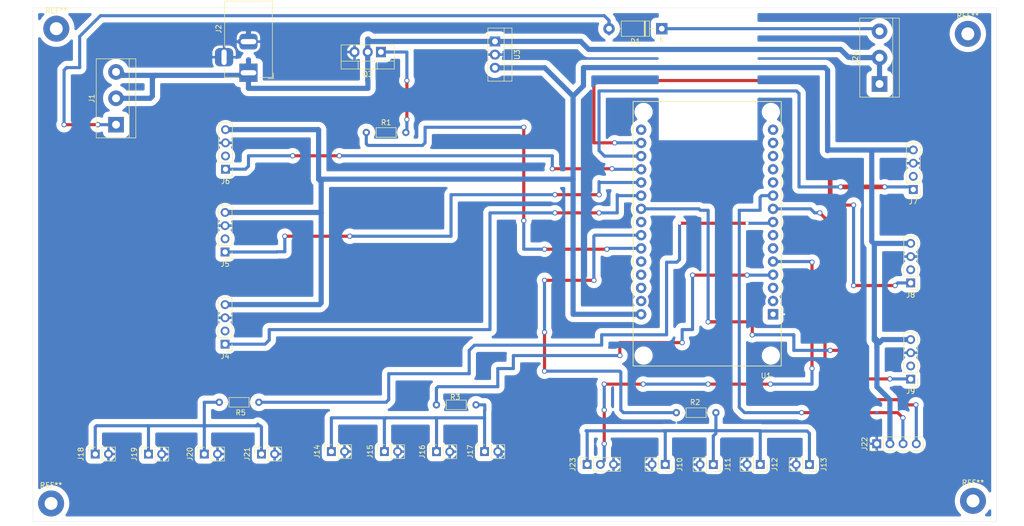
<source format=kicad_pcb>
(kicad_pcb (version 20240108) (generator "pcbnew") (generator_version "8.0")
  (layers (0 "F.Cu" signal) (31 "B.Cu" signal) (34 "B.Paste" user) (35 "F.Paste" user) (36 "B.SilkS" user "B.Silkscreen") (37 "F.SilkS" user "F.Silkscreen") (38 "B.Mask" user) (39 "F.Mask" user) (44 "Edge.Cuts" user))
  (net 0 "")
  (net 1 "Net-(D1-A)")
  (net 2 "+12V")
  (net 3 "GND")
  (net 4 "Net-(D1-K)")
  (net 5 "/1c")
  (net 7 "+5V")
  (net 9 "/1b")
  (net 11 "/1a")
  (net 13 "/1d")
  (net 15 "/1e")
  (net 17 "/1f")
  (net 18 "Net-(J10-Pin_1)")
  (net 19 "Net-(J14-Pin_1)")
  (net 20 "Net-(J18-Pin_1)")
  (net 21 "/SDA")
  (net 22 "/SCL")
  (net 23 "/buzzer")
  (net 24 "Net-(Q3-G)")
  (net 25 "/Mosfet")
  (net 26 "/1g")
  (net 27 "/1h")
  (net 28 "/1i")
  (footprint "Connector_PinSocket_2.54mm:PinSocket_1x02_P2.54mm_Vertical" (layer "F.Cu") (at 186.04 118.475 -90)
    (property "Reference" "J12" (at 0 -2.77 90) (layer "F.SilkS"))
    (property "Value" "Luz roja 3")
    (pad "1" thru_hole rect (at 0 0 270) (size 1.7 1.7) (drill 1) (layers "*.Cu" "*.Mask") (net 18 "Net-(J10-Pin_1)"))
    (pad "2" thru_hole oval (at 0 2.54 270) (size 1.7 1.7) (drill 1) (layers "*.Cu" "*.Mask") (net 3 "GND"))
  )
  (footprint "Connector_PinSocket_2.54mm:PinSocket_1x02_P2.54mm_Vertical" (layer "F.Cu") (at 167.75 118.475 -90)
    (property "Reference" "J10" (at 0 -2.77 90) (layer "F.SilkS"))
    (property "Value" "Luz roja 1")
    (pad "1" thru_hole rect (at 0 0 270) (size 1.7 1.7) (drill 1) (layers "*.Cu" "*.Mask") (net 18 "Net-(J10-Pin_1)"))
    (pad "2" thru_hole oval (at 0 2.54 270) (size 1.7 1.7) (drill 1) (layers "*.Cu" "*.Mask") (net 3 "GND"))
  )
  (footprint "Connector_PinSocket_2.54mm:PinSocket_1x02_P2.54mm_Vertical" (layer "F.Cu") (at 90 116.475 90)
    (property "Reference" "J21" (at 0 -2.77 90) (layer "F.SilkS"))
    (property "Value" "Luz verde 3")
    (pad "1" thru_hole rect (at 0 0 90) (size 1.7 1.7) (drill 1) (layers "*.Cu" "*.Mask") (net 20 "Net-(J18-Pin_1)"))
    (pad "2" thru_hole oval (at 0 2.54 90) (size 1.7 1.7) (drill 1) (layers "*.Cu" "*.Mask") (net 3 "GND"))
  )
  (footprint "MountingHole:MountingHole_2.5mm_Pad" (layer "F.Cu") (at 50.5 34.5)
    (property "Reference" "REF**" (at 0 -3.5 0) (layer "F.SilkS"))
    (property "Value" "MountingHole_2.5mm_Pad")
    (pad "1" thru_hole circle (at 0 0) (size 5 5) (drill 2.5) (layers "*.Cu" "*.Mask"))
  )
  (footprint "Connector_PinHeader_2.54mm:PinHeader_1x04_P2.54mm_Vertical" (layer "F.Cu") (at 83.08 61.58 180)
    (property "Reference" "J6" (at 0 -2.33 0) (layer "F.SilkS"))
    (property "Value" "Sensor 1")
    (pad "1" thru_hole rect (at 0 0 180) (size 1.7 1.7) (drill 1) (layers "*.Cu" "*.Mask") (net 11 "/1a"))
    (pad "2" thru_hole oval (at 0 2.54 180) (size 1.7 1.7) (drill 1) (layers "*.Cu" "*.Mask"))
    (pad "3" thru_hole oval (at 0 5.08 180) (size 1.7 1.7) (drill 1) (layers "*.Cu" "*.Mask") (net 3 "GND"))
    (pad "4" thru_hole oval (at 0 7.62 180) (size 1.7 1.7) (drill 1) (layers "*.Cu" "*.Mask") (net 7 "+5V"))
  )
  (footprint "Connector_PinSocket_2.54mm:PinSocket_1x02_P2.54mm_Vertical" (layer "F.Cu") (at 58 116.475 90)
    (property "Reference" "J18" (at 0 -2.77 90) (layer "F.SilkS"))
    (property "Value" "Luz verde 4")
    (pad "1" thru_hole rect (at 0 0 90) (size 1.7 1.7) (drill 1) (layers "*.Cu" "*.Mask") (net 20 "Net-(J18-Pin_1)"))
    (pad "2" thru_hole oval (at 0 2.54 90) (size 1.7 1.7) (drill 1) (layers "*.Cu" "*.Mask") (net 3 "GND"))
  )
  (footprint "Connector_PinSocket_2.54mm:PinSocket_1x02_P2.54mm_Vertical" (layer "F.Cu") (at 123.71 116.025 90)
    (property "Reference" "J16" (at 0 -2.77 90) (layer "F.SilkS"))
    (property "Value" "Luz amarilla 2")
    (pad "1" thru_hole rect (at 0 0 90) (size 1.7 1.7) (drill 1) (layers "*.Cu" "*.Mask") (net 19 "Net-(J14-Pin_1)"))
    (pad "2" thru_hole oval (at 0 2.54 90) (size 1.7 1.7) (drill 1) (layers "*.Cu" "*.Mask") (net 3 "GND"))
  )
  (footprint "Connector_BarrelJack:BarrelJack_Horizontal" (layer "F.Cu") (at 87.5 43 -90)
    (property "Reference" "J2" (at -8.45 5.75 90) (layer "F.SilkS"))
    (property "Value" "Barrel_Jack_Switch")
    (pad "1" thru_hole rect (at 0 0 270) (size 3.5 3.5) (drill oval 1 3) (layers "*.Cu" "*.Mask") (net 2 "+12V"))
    (pad "2" thru_hole roundrect (at -6 0 270) (size 3 3.5) (drill oval 1 3) (layers "*.Cu" "*.Mask") (net 3 "GND"))
    (pad "3" thru_hole roundrect (at -3 4.7 270) (size 3.5 3.5) (drill oval 3 1) (layers "*.Cu" "*.Mask") (net 3 "GND"))
  )
  (footprint "MountingHole:MountingHole_2.5mm_Pad" (layer "F.Cu") (at 226 35.5)
    (property "Reference" "REF**" (at 0 -3.5 0) (layer "F.SilkS"))
    (property "Value" "MountingHole_2.5mm_Pad")
    (pad "1" thru_hole circle (at 0 0) (size 5 5) (drill 2.5) (layers "*.Cu" "*.Mask"))
  )
  (footprint "Resistor_THT:R_Axial_DIN0204_L3.6mm_D1.6mm_P7.62mm_Horizontal" (layer "F.Cu") (at 123.69 107)
    (property "Reference" "R3" (at 3.62 -1.5 0) (layer "F.SilkS"))
    (property "Value" "220R")
    (pad "1" thru_hole circle (at 0 0) (size 1.4 1.4) (drill 0.7) (layers "*.Cu" "*.Mask") (net 27 "/1h"))
    (pad "2" thru_hole oval (at 7.62 0) (size 1.4 1.4) (drill 0.7) (layers "*.Cu" "*.Mask") (net 19 "Net-(J14-Pin_1)"))
  )
  (footprint "Connector_PinSocket_2.54mm:PinSocket_1x02_P2.54mm_Vertical" (layer "F.Cu") (at 177 118.5 -90)
    (property "Reference" "J11" (at 0 -2.77 90) (layer "F.SilkS"))
    (property "Value" "Luz roja 2")
    (pad "1" thru_hole rect (at 0 0 270) (size 1.7 1.7) (drill 1) (layers "*.Cu" "*.Mask") (net 18 "Net-(J10-Pin_1)"))
    (pad "2" thru_hole oval (at 0 2.54 270) (size 1.7 1.7) (drill 1) (layers "*.Cu" "*.Mask") (net 3 "GND"))
  )
  (footprint "Resistor_THT:R_Axial_DIN0204_L3.6mm_D1.6mm_P7.62mm_Horizontal" (layer "F.Cu") (at 169.88 108.5)
    (property "Reference" "R2" (at 3.62 -2 0) (layer "F.SilkS"))
    (property "Value" "220R")
    (pad "1" thru_hole circle (at 0 0) (size 1.4 1.4) (drill 0.7) (layers "*.Cu" "*.Mask") (net 26 "/1g"))
    (pad "2" thru_hole oval (at 7.62 0) (size 1.4 1.4) (drill 0.7) (layers "*.Cu" "*.Mask") (net 18 "Net-(J10-Pin_1)"))
  )
  (footprint "MountingHole:MountingHole_2.5mm_Pad" (layer "F.Cu") (at 49.5 126)
    (property "Reference" "REF**" (at 0 -3.5 0) (layer "F.SilkS"))
    (property "Value" "MountingHole_2.5mm_Pad")
    (pad "1" thru_hole circle (at 0 0) (size 5 5) (drill 2.5) (layers "*.Cu" "*.Mask"))
  )
  (footprint "Connector_PinHeader_2.54mm:PinHeader_1x04_P2.54mm_Vertical" (layer "F.Cu") (at 83 77.54 180)
    (property "Reference" "J5" (at 0 -2.33 0) (layer "F.SilkS"))
    (property "Value" "Sensor 2")
    (pad "1" thru_hole rect (at 0 0 180) (size 1.7 1.7) (drill 1) (layers "*.Cu" "*.Mask") (net 9 "/1b"))
    (pad "2" thru_hole oval (at 0 2.54 180) (size 1.7 1.7) (drill 1) (layers "*.Cu" "*.Mask"))
    (pad "3" thru_hole oval (at 0 5.08 180) (size 1.7 1.7) (drill 1) (layers "*.Cu" "*.Mask") (net 3 "GND"))
    (pad "4" thru_hole oval (at 0 7.62 180) (size 1.7 1.7) (drill 1) (layers "*.Cu" "*.Mask") (net 7 "+5V"))
  )
  (footprint "Connector_PinSocket_2.54mm:PinSocket_1x03_P2.54mm_Vertical" (layer "F.Cu") (at 152.71 118.475 90)
    (property "Reference" "J23" (at 0 -2.77 90) (layer "F.SilkS"))
    (property "Value" "Buzzer pasivo")
    (pad "1" thru_hole rect (at 0 0 90) (size 1.7 1.7) (drill 1) (layers "*.Cu" "*.Mask") (net 18 "Net-(J10-Pin_1)"))
    (pad "2" thru_hole oval (at 0 2.54 90) (size 1.7 1.7) (drill 1) (layers "*.Cu" "*.Mask") (net 23 "/buzzer"))
    (pad "3" thru_hole oval (at 0 5.08 90) (size 1.7 1.7) (drill 1) (layers "*.Cu" "*.Mask") (net 3 "GND"))
  )
  (footprint "Connector_PinSocket_2.54mm:PinSocket_1x02_P2.54mm_Vertical" (layer "F.Cu") (at 103.46 116 90)
    (property "Reference" "J14" (at 0 -2.77 90) (layer "F.SilkS"))
    (property "Value" "Luz amarilla 4")
    (pad "1" thru_hole rect (at 0 0 90) (size 1.7 1.7) (drill 1) (layers "*.Cu" "*.Mask") (net 19 "Net-(J14-Pin_1)"))
    (pad "2" thru_hole oval (at 0 2.54 90) (size 1.7 1.7) (drill 1) (layers "*.Cu" "*.Mask") (net 3 "GND"))
  )
  (footprint "devkitesp-32:MODULE_ESP32_DEVKIT_V1" (layer "F.Cu") (at 175.8 74.025 180)
    (property "Reference" "U1" (at -11.355 -27.36 0) (layer "F.SilkS"))
    (property "Value" "ESP32-DEVKIT-V1")
    (pad "" np_thru_hole circle (at -12.28 -23.475 180) (size 3 3) (drill 3) (layers "*.Cu" "*.Mask"))
    (pad "" np_thru_hole circle (at -12.28 23.475 180) (size 3 3) (drill 3) (layers "*.Cu" "*.Mask"))
    (pad "" np_thru_hole circle (at 12.23 -23.475 180) (size 3 3) (drill 3) (layers "*.Cu" "*.Mask"))
    (pad "" np_thru_hole circle (at 12.23 23.475 180) (size 3 3) (drill 3) (layers "*.Cu" "*.Mask"))
    (pad "1" thru_hole rect (at -12.7 -15.515 180) (size 2 2) (drill 1.02) (layers "*.Cu" "*.Mask"))
    (pad "2" thru_hole circle (at -12.7 -12.975 180) (size 2 2) (drill 1.02) (layers "*.Cu" "*.Mask") (net 3 "GND"))
    (pad "3" thru_hole circle (at -12.7 -10.435 180) (size 2 2) (drill 1.02) (layers "*.Cu" "*.Mask"))
    (pad "4" thru_hole circle (at -12.7 -7.895 180) (size 2 2) (drill 1.02) (layers "*.Cu" "*.Mask") (net 27 "/1h"))
    (pad "5" thru_hole circle (at -12.7 -5.355 180) (size 2 2) (drill 1.02) (layers "*.Cu" "*.Mask") (net 23 "/buzzer"))
    (pad "6" thru_hole circle (at -12.7 -2.815 180) (size 2 2) (drill 1.02) (layers "*.Cu" "*.Mask"))
    (pad "7" thru_hole circle (at -12.7 -0.275 180) (size 2 2) (drill 1.02) (layers "*.Cu" "*.Mask"))
    (pad "8" thru_hole circle (at -12.7 2.265 180) (size 2 2) (drill 1.02) (layers "*.Cu" "*.Mask") (net 28 "/1i"))
    (pad "9" thru_hole circle (at -12.7 4.805 180) (size 2 2) (drill 1.02) (layers "*.Cu" "*.Mask") (net 21 "/SDA"))
    (pad "10" thru_hole circle (at -12.7 7.345 180) (size 2 2) (drill 1.02) (layers "*.Cu" "*.Mask") (net 22 "/SCL"))
    (pad "11" thru_hole circle (at -12.7 9.885 180) (size 2 2) (drill 1.02) (layers "*.Cu" "*.Mask"))
    (pad "12" thru_hole circle (at -12.7 12.425 180) (size 2 2) (drill 1.02) (layers "*.Cu" "*.Mask"))
    (pad "13" thru_hole circle (at -12.7 14.965 180) (size 2 2) (drill 1.02) (layers "*.Cu" "*.Mask"))
    (pad "14" thru_hole circle (at -12.7 17.505 180) (size 2 2) (drill 1.02) (layers "*.Cu" "*.Mask"))
    (pad "15" thru_hole circle (at -12.7 20.045 180) (size 2 2) (drill 1.02) (layers "*.Cu" "*.Mask"))
    (pad "16" thru_hole circle (at 12.7 20.045 180) (size 2 2) (drill 1.02) (layers "*.Cu" "*.Mask"))
    (pad "17" thru_hole circle (at 12.7 17.505 180) (size 2 2) (drill 1.02) (layers "*.Cu" "*.Mask") (net 15 "/1e"))
    (pad "18" thru_hole circle (at 12.7 14.965 180) (size 2 2) (drill 1.02) (layers "*.Cu" "*.Mask") (net 13 "/1d"))
    (pad "19" thru_hole circle (at 12.7 12.425 180) (size 2 2) (drill 1.02) (layers "*.Cu" "*.Mask") (net 11 "/1a"))
    (pad "20" thru_hole circle (at 12.7 9.885 180) (size 2 2) (drill 1.02) (layers "*.Cu" "*.Mask") (net 9 "/1b"))
    (pad "21" thru_hole circle (at 12.7 7.345 180) (size 2 2) (drill 1.02) (layers "*.Cu" "*.Mask") (net 5 "/1c"))
    (pad "22" thru_hole circle (at 12.7 4.805 180) (size 2 2) (drill 1.02) (layers "*.Cu" "*.Mask") (net 17 "/1f"))
    (pad "23" thru_hole circle (at 12.7 2.265 180) (size 2 2) (drill 1.02) (layers "*.Cu" "*.Mask"))
    (pad "24" thru_hole circle (at 12.7 -0.275 180) (size 2 2) (drill 1.02) (layers "*.Cu" "*.Mask") (net 26 "/1g"))
    (pad "25" thru_hole circle (at 12.7 -2.815 180) (size 2 2) (drill 1.02) (layers "*.Cu" "*.Mask") (net 25 "/Mosfet"))
    (pad "26" thru_hole circle (at 12.7 -5.355 180) (size 2 2) (drill 1.02) (layers "*.Cu" "*.Mask"))
    (pad "27" thru_hole circle (at 12.7 -7.895 180) (size 2 2) (drill 1.02) (layers "*.Cu" "*.Mask"))
    (pad "28" thru_hole circle (at 12.7 -10.435 180) (size 2 2) (drill 1.02) (layers "*.Cu" "*.Mask"))
    (pad "29" thru_hole circle (at 12.7 -12.975 180) (size 2 2) (drill 1.02) (layers "*.Cu" "*.Mask") (net 3 "GND"))
    (pad "30" thru_hole circle (at 12.7 -15.515 180) (size 2 2) (drill 1.02) (layers "*.Cu" "*.Mask") (net 7 "+5V"))
    (zone (net 0) (net_name "") (layer "B.Cu") (connect_pads (clearance 0)) (min_thickness 0.01)
      (keepout (tracks not_allowed) (vias not_allowed) (pads not_allowed) (copperpour not_allowed) (footprints allowed))
      (fill (thermal_gap 0.508) (thermal_bridge_width 0.508))
      (polygon (pts (xy 184.71 55.04) (xy 167.02 55.04) (xy 167.02 48.55) (xy 184.71 48.55)))
    )
  )
  (footprint "Connector_PinHeader_2.54mm:PinHeader_1x04_P2.54mm_Vertical" (layer "F.Cu") (at 208.46 114.5 90)
    (property "Reference" "J22" (at 0 -2.33 90) (layer "F.SilkS"))
    (property "Value" "Pantalla OLED")
    (pad "1" thru_hole rect (at 0 0 90) (size 1.7 1.7) (drill 1) (layers "*.Cu" "*.Mask") (net 3 "GND"))
    (pad "2" thru_hole oval (at 0 2.54 90) (size 1.7 1.7) (drill 1) (layers "*.Cu" "*.Mask") (net 7 "+5V"))
    (pad "3" thru_hole oval (at 0 5.08 90) (size 1.7 1.7) (drill 1) (layers "*.Cu" "*.Mask") (net 22 "/SCL"))
    (pad "4" thru_hole oval (at 0 7.62 90) (size 1.7 1.7) (drill 1) (layers "*.Cu" "*.Mask") (net 21 "/SDA"))
  )
  (footprint "Connector_PinSocket_2.54mm:PinSocket_1x02_P2.54mm_Vertical" (layer "F.Cu") (at 195.5 118.5 -90)
    (property "Reference" "J13" (at 0 -2.77 90) (layer "F.SilkS"))
    (property "Value" "Luz roja 4")
    (pad "1" thru_hole rect (at 0 0 270) (size 1.7 1.7) (drill 1) (layers "*.Cu" "*.Mask") (net 18 "Net-(J10-Pin_1)"))
    (pad "2" thru_hole oval (at 0 2.54 270) (size 1.7 1.7) (drill 1) (layers "*.Cu" "*.Mask") (net 3 "GND"))
  )
  (footprint "Resistor_THT:R_Axial_DIN0204_L3.6mm_D1.6mm_P7.62mm_Horizontal" (layer "F.Cu") (at 110.19 54.5)
    (property "Reference" "R1" (at 3.81 -1.92 0) (layer "F.SilkS"))
    (property "Value" "220R")
    (pad "1" thru_hole circle (at 0 0) (size 1.4 1.4) (drill 0.7) (layers "*.Cu" "*.Mask") (net 25 "/Mosfet"))
    (pad "2" thru_hole oval (at 7.62 0) (size 1.4 1.4) (drill 0.7) (layers "*.Cu" "*.Mask") (net 24 "Net-(Q3-G)"))
  )
  (footprint "MountingHole:MountingHole_2.5mm_Pad" (layer "F.Cu") (at 227 125.5)
    (property "Reference" "REF**" (at 0 -3.5 0) (layer "F.SilkS"))
    (property "Value" "MountingHole_2.5mm_Pad")
    (pad "1" thru_hole circle (at 0 0) (size 5 5) (drill 2.5) (layers "*.Cu" "*.Mask"))
  )
  (footprint "TerminalBlock:TerminalBlock_bornier-3_P5.08mm" (layer "F.Cu") (at 62 53 90)
    (property "Reference" "J1" (at 5.05 -4.65 90) (layer "F.SilkS"))
    (property "Value" "Screw_Terminal_01x03")
    (pad "1" thru_hole rect (at 0 0 90) (size 3 3) (drill 1.52) (layers "*.Cu" "*.Mask") (net 1 "Net-(D1-A)"))
    (pad "2" thru_hole circle (at 5.08 0 90) (size 3 3) (drill 1.52) (layers "*.Cu" "*.Mask") (net 2 "+12V"))
    (pad "3" thru_hole circle (at 10.16 0 90) (size 3 3) (drill 1.52) (layers "*.Cu" "*.Mask") (net 2 "+12V"))
  )
  (footprint "Connector_PinSocket_2.54mm:PinSocket_1x02_P2.54mm_Vertical" (layer "F.Cu") (at 132.96 116 90)
    (property "Reference" "J17" (at 0 -2.77 90) (layer "F.SilkS"))
    (property "Value" "Luz amarilla 3")
    (pad "1" thru_hole rect (at 0 0 90) (size 1.7 1.7) (drill 1) (layers "*.Cu" "*.Mask") (net 19 "Net-(J14-Pin_1)"))
    (pad "2" thru_hole oval (at 0 2.54 90) (size 1.7 1.7) (drill 1) (layers "*.Cu" "*.Mask") (net 3 "GND"))
  )
  (footprint "Package_TO_SOT_THT:TO-220-3_Vertical" (layer "F.Cu") (at 113 39 180)
    (property "Reference" "Q3" (at 2.54 -4.27 0) (layer "F.SilkS"))
    (property "Value" "IRLZ44N")
    (pad "1" thru_hole rect (at 0 0 180) (size 1.905 2) (drill 1.1) (layers "*.Cu" "*.Mask") (net 24 "Net-(Q3-G)"))
    (pad "2" thru_hole oval (at 2.54 0 180) (size 1.905 2) (drill 1.1) (layers "*.Cu" "*.Mask") (net 2 "+12V"))
    (pad "3" thru_hole oval (at 5.08 0 180) (size 1.905 2) (drill 1.1) (layers "*.Cu" "*.Mask") (net 3 "GND"))
  )
  (footprint "TerminalBlock:TerminalBlock_bornier-3_P5.08mm" (layer "F.Cu") (at 209 45.16 90)
    (property "Reference" "J24" (at 5.05 -4.65 90) (layer "F.SilkS"))
    (property "Value" "Screw_Terminal_01x03")
    (pad "1" thru_hole rect (at 0 0 90) (size 3 3) (drill 1.52) (layers "*.Cu" "*.Mask") (net 2 "+12V"))
    (pad "2" thru_hole circle (at 5.08 0 90) (size 3 3) (drill 1.52) (layers "*.Cu" "*.Mask") (net 2 "+12V"))
    (pad "3" thru_hole circle (at 10.16 0 90) (size 3 3) (drill 1.52) (layers "*.Cu" "*.Mask") (net 4 "Net-(D1-K)"))
  )
  (footprint "Connector_PinHeader_2.54mm:PinHeader_1x04_P2.54mm_Vertical" (layer "F.Cu") (at 215.5 65.5 180)
    (property "Reference" "J7" (at 0 -2.33 0) (layer "F.SilkS"))
    (property "Value" "Sensor 4")
    (pad "1" thru_hole rect (at 0 0 180) (size 1.7 1.7) (drill 1) (layers "*.Cu" "*.Mask") (net 13 "/1d"))
    (pad "2" thru_hole oval (at 0 2.54 180) (size 1.7 1.7) (drill 1) (layers "*.Cu" "*.Mask"))
    (pad "3" thru_hole oval (at 0 5.08 180) (size 1.7 1.7) (drill 1) (layers "*.Cu" "*.Mask") (net 3 "GND"))
    (pad "4" thru_hole oval (at 0 7.62 180) (size 1.7 1.7) (drill 1) (layers "*.Cu" "*.Mask") (net 7 "+5V"))
  )
  (footprint "Resistor_THT:R_Axial_DIN0204_L3.6mm_D1.6mm_P7.62mm_Horizontal" (layer "F.Cu") (at 89.5 106.5 180)
    (property "Reference" "R5" (at 3.5 -2 0) (layer "F.SilkS"))
    (property "Value" "220R")
    (pad "1" thru_hole circle (at 0 0 180) (size 1.4 1.4) (drill 0.7) (layers "*.Cu" "*.Mask") (net 28 "/1i"))
    (pad "2" thru_hole oval (at 7.62 0 180) (size 1.4 1.4) (drill 0.7) (layers "*.Cu" "*.Mask") (net 20 "Net-(J18-Pin_1)"))
  )
  (footprint "Connector_PinHeader_2.54mm:PinHeader_1x04_P2.54mm_Vertical" (layer "F.Cu") (at 83 95.3 180)
    (property "Reference" "J4" (at 0 -2.33 0) (layer "F.SilkS"))
    (property "Value" "Sensor 3")
    (pad "1" thru_hole rect (at 0 0 180) (size 1.7 1.7) (drill 1) (layers "*.Cu" "*.Mask") (net 5 "/1c"))
    (pad "2" thru_hole oval (at 0 2.54 180) (size 1.7 1.7) (drill 1) (layers "*.Cu" "*.Mask"))
    (pad "3" thru_hole oval (at 0 5.08 180) (size 1.7 1.7) (drill 1) (layers "*.Cu" "*.Mask") (net 3 "GND"))
    (pad "4" thru_hole oval (at 0 7.62 180) (size 1.7 1.7) (drill 1) (layers "*.Cu" "*.Mask") (net 7 "+5V"))
  )
  (footprint "Connector_PinSocket_2.54mm:PinSocket_1x02_P2.54mm_Vertical" (layer "F.Cu") (at 68.25 116.5 90)
    (property "Reference" "J19" (at 0 -2.77 90) (layer "F.SilkS"))
    (property "Value" "Luz verde 1")
    (pad "1" thru_hole rect (at 0 0 90) (size 1.7 1.7) (drill 1) (layers "*.Cu" "*.Mask") (net 20 "Net-(J18-Pin_1)"))
    (pad "2" thru_hole oval (at 0 2.54 90) (size 1.7 1.7) (drill 1) (layers "*.Cu" "*.Mask") (net 3 "GND"))
  )
  (footprint "Connector_PinHeader_2.54mm:PinHeader_1x04_P2.54mm_Vertical" (layer "F.Cu") (at 215 83.5 180)
    (property "Reference" "J8" (at 0 -2.33 0) (layer "F.SilkS"))
    (property "Value" "Sensor 5")
    (pad "1" thru_hole rect (at 0 0 180) (size 1.7 1.7) (drill 1) (layers "*.Cu" "*.Mask") (net 15 "/1e"))
    (pad "2" thru_hole oval (at 0 2.54 180) (size 1.7 1.7) (drill 1) (layers "*.Cu" "*.Mask"))
    (pad "3" thru_hole oval (at 0 5.08 180) (size 1.7 1.7) (drill 1) (layers "*.Cu" "*.Mask") (net 3 "GND"))
    (pad "4" thru_hole oval (at 0 7.62 180) (size 1.7 1.7) (drill 1) (layers "*.Cu" "*.Mask") (net 7 "+5V"))
  )
  (footprint "Connector_PinHeader_2.54mm:PinHeader_1x04_P2.54mm_Vertical" (layer "F.Cu") (at 215 102.04 180)
    (property "Reference" "J9" (at 0 -2.33 0) (layer "F.SilkS"))
    (property "Value" "Sensor 6")
    (pad "1" thru_hole rect (at 0 0 180) (size 1.7 1.7) (drill 1) (layers "*.Cu" "*.Mask") (net 17 "/1f"))
    (pad "2" thru_hole oval (at 0 2.54 180) (size 1.7 1.7) (drill 1) (layers "*.Cu" "*.Mask"))
    (pad "3" thru_hole oval (at 0 5.08 180) (size 1.7 1.7) (drill 1) (layers "*.Cu" "*.Mask") (net 3 "GND"))
    (pad "4" thru_hole oval (at 0 7.62 180) (size 1.7 1.7) (drill 1) (layers "*.Cu" "*.Mask") (net 7 "+5V"))
  )
  (footprint "Connector_PinSocket_2.54mm:PinSocket_1x02_P2.54mm_Vertical" (layer "F.Cu") (at 79 116.475 90)
    (property "Reference" "J20" (at 0 -2.77 90) (layer "F.SilkS"))
    (property "Value" "Luz verde 2")
    (pad "1" thru_hole rect (at 0 0 90) (size 1.7 1.7) (drill 1) (layers "*.Cu" "*.Mask") (net 20 "Net-(J18-Pin_1)"))
    (pad "2" thru_hole oval (at 0 2.54 90) (size 1.7 1.7) (drill 1) (layers "*.Cu" "*.Mask") (net 3 "GND"))
  )
  (footprint "Package_TO_SOT_THT:TO-220-3_Vertical" (layer "F.Cu") (at 134.96 36.96 -90)
    (property "Reference" "U3" (at 2.54 -4.27 90) (layer "F.SilkS"))
    (property "Value" "L7805")
    (pad "1" thru_hole rect (at 0 0 270) (size 1.905 2) (drill 1.1) (layers "*.Cu" "*.Mask") (net 2 "+12V"))
    (pad "2" thru_hole oval (at 2.54 0 270) (size 1.905 2) (drill 1.1) (layers "*.Cu" "*.Mask") (net 3 "GND"))
    (pad "3" thru_hole oval (at 5.08 0 270) (size 1.905 2) (drill 1.1) (layers "*.Cu" "*.Mask") (net 7 "+5V"))
  )
  (footprint "Connector_PinSocket_2.54mm:PinSocket_1x02_P2.54mm_Vertical" (layer "F.Cu") (at 113.67 116 90)
    (property "Reference" "J15" (at 0 -2.77 90) (layer "F.SilkS"))
    (property "Value" "Luz amarilla 1")
    (pad "1" thru_hole rect (at 0 0 90) (size 1.7 1.7) (drill 1) (layers "*.Cu" "*.Mask") (net 19 "Net-(J14-Pin_1)"))
    (pad "2" thru_hole oval (at 0 2.54 90) (size 1.7 1.7) (drill 1) (layers "*.Cu" "*.Mask") (net 3 "GND"))
  )
  (footprint "Diode_THT:D_DO-41_SOD81_P10.16mm_Horizontal" (layer "F.Cu") (at 167.08 34.5 180)
    (property "Reference" "D1" (at 5.08 -2.47 0) (layer "F.SilkS"))
    (property "Value" "1N4007")
    (fp_text user "K" (at 0 -2.1 0) (layer "F.SilkS"))
    (pad "1" thru_hole rect (at 0 0 180) (size 2.2 2.2) (drill 1.1) (layers "*.Cu" "*.Mask") (net 4 "Net-(D1-K)"))
    (pad "2" thru_hole oval (at 10.16 0 180) (size 2.2 2.2) (drill 1.1) (layers "*.Cu" "*.Mask") (net 1 "Net-(D1-A)"))
  )
  (gr_rect (start 46 30.5) (end 231.5 129.5) (stroke (width 0.05)) (fill none) (layer "Edge.Cuts"))
  (segment (start 58.5 53) (end 52 53) (width 0.6) (layer "F.Cu") (net 1))
  (via (at 52 53) (size 1) (drill 0.65) (layers "F.Cu" "B.Cu") (net 1))
  (via (at 58.5 53) (size 1) (drill 0.65) (layers "F.Cu" "B.Cu") (net 1))
  (segment (start 62 53) (end 58.5 53) (width 0.6) (layer "B.Cu") (net 1))
  (segment (start 55 42) (end 52.5 42) (width 0.6) (layer "B.Cu") (net 1))
  (segment (start 52 53) (end 52 42.5) (width 0.6) (layer "B.Cu") (net 1))
  (segment (start 52.5 42) (end 52 42.5) (width 0.6) (layer "B.Cu") (net 1))
  (segment (start 156.92 32.92) (end 156.92 35.5) (width 0.6) (layer "B.Cu") (net 1))
  (segment (start 59 32) (end 55 36) (width 0.6) (layer "B.Cu") (net 1))
  (segment (start 55 36) (end 55 42) (width 0.6) (layer "B.Cu") (net 1))
  (segment (start 59 32) (end 156 32) (width 0.6) (layer "B.Cu") (net 1))
  (segment (start 156.92 32.92) (end 156.92 34.5) (width 0.6) (layer "B.Cu") (net 1))
  (segment (start 156 32) (end 156.92 32.92) (width 0.6) (layer "B.Cu") (net 1))
  (segment (start 69 44) (end 69.5 43.5) (width 1) (layer "B.Cu") (net 2))
  (segment (start 151.5 36.96) (end 134.96 36.96) (width 1) (layer "B.Cu") (net 2))
  (segment (start 110.5 36.5) (end 110.96 36.96) (width 1) (layer "B.Cu") (net 2))
  (segment (start 62.84 42.84) (end 63.5 43.5) (width 1) (layer "B.Cu") (net 2))
  (segment (start 87 43.5) (end 87.5 43) (width 1) (layer "B.Cu") (net 2))
  (segment (start 151.5 37) (end 153 38.5) (width 1) (layer "B.Cu") (net 2))
  (segment (start 110.46 44.46) (end 110.46 39) (width 1) (layer "B.Cu") (net 2))
  (segment (start 87.5 46) (end 110.5 46) (width 1) (layer "B.Cu") (net 2))
  (segment (start 151.5 36.96) (end 151.5 37) (width 1) (layer "B.Cu") (net 2))
  (segment (start 69 47.5) (end 69 44) (width 1) (layer "B.Cu") (net 2))
  (segment (start 62 47.92) (end 68.58 47.92) (width 1) (layer "B.Cu") (net 2))
  (segment (start 203 40) (end 201.5 38.5) (width 1) (layer "B.Cu") (net 2))
  (segment (start 110.5 44.5) (end 110.46 44.46) (width 1) (layer "B.Cu") (net 2))
  (segment (start 203.5 40) (end 203 40) (width 1) (layer "B.Cu") (net 2))
  (segment (start 110.5 46) (end 110.5 44.5) (width 1) (layer "B.Cu") (net 2))
  (segment (start 61.5 43.5) (end 63.5 43.5) (width 1) (layer "B.Cu") (net 2))
  (segment (start 69.5 43.5) (end 87 43.5) (width 1) (layer "B.Cu") (net 2))
  (segment (start 209 40.08) (end 203.58 40.08) (width 1) (layer "B.Cu") (net 2))
  (segment (start 110.96 36.96) (end 134.96 36.96) (width 1) (layer "B.Cu") (net 2))
  (segment (start 203.58 40.08) (end 203.5 40) (width 1) (layer "B.Cu") (net 2))
  (segment (start 110.46 36.54) (end 110.5 36.5) (width 1) (layer "B.Cu") (net 2))
  (segment (start 110.46 39) (end 110.46 36.54) (width 1) (layer "B.Cu") (net 2))
  (segment (start 209 45.16) (end 209 40.08) (width 1) (layer "B.Cu") (net 2))
  (segment (start 68.58 47.92) (end 69 47.5) (width 1) (layer "B.Cu") (net 2))
  (segment (start 62 42.84) (end 62.84 42.84) (width 1) (layer "B.Cu") (net 2))
  (segment (start 201.5 38.5) (end 153 38.5) (width 1) (layer "B.Cu") (net 2))
  (segment (start 87.5 40.5) (end 87.5 46) (width 1) (layer "B.Cu") (net 2))
  (segment (start 63.5 43.5) (end 69.5 43.5) (width 1) (layer "B.Cu") (net 2))
  (segment (start 198.5 87) (end 198.5 86.5) (width 1) (layer "B.Cu") (net 3))
  (segment (start 87.5 37) (end 87.5 35) (width 1) (layer "B.Cu") (net 3))
  (segment (start 135.5 116) (end 136 116.5) (width 1) (layer "B.Cu") (net 3))
  (segment (start 87.5 37) (end 85.8 37) (width 1) (layer "B.Cu") (net 3))
  (segment (start 208.5 34.5) (end 209 35) (width 0.6) (layer "B.Cu") (net 4))
  (segment (start 208.5 35.5) (end 209 35) (width 0.6) (layer "B.Cu") (net 4))
  (segment (start 167 34.5) (end 208.5 34.5) (width 0.6) (layer "B.Cu") (net 4))
  (segment (start 155 70) (end 146.5 70) (width 0.6) (layer "F.Cu") (net 5))
  (via (at 146.5 70) (size 1) (drill 0.65) (layers "F.Cu" "B.Cu") (net 5))
  (via (at 155 70) (size 1) (drill 0.65) (layers "F.Cu" "B.Cu") (net 5))
  (segment (start 91.5 92.5) (end 91.5 94.5) (width 0.6) (layer "B.Cu") (net 5))
  (segment (start 158.5 70) (end 155 70) (width 0.6) (layer "B.Cu") (net 5))
  (segment (start 90.7 95.3) (end 83 95.3) (width 0.6) (layer "B.Cu") (net 5))
  (segment (start 134 92.5) (end 91.5 92.5) (width 0.6) (layer "B.Cu") (net 5))
  (segment (start 163.1 66.68) (end 158.68 66.68) (width 0.6) (layer "B.Cu") (net 5))
  (segment (start 158.68 66.68) (end 158.5 66.5) (width 0.6) (layer "B.Cu") (net 5))
  (segment (start 91.5 94.5) (end 90.7 95.3) (width 0.6) (layer "B.Cu") (net 5))
  (segment (start 158.5 66.5) (end 158.5 70) (width 0.6) (layer "B.Cu") (net 5))
  (segment (start 134 70) (end 134 92.5) (width 0.6) (layer "B.Cu") (net 5))
  (segment (start 146.5 70) (end 134 70) (width 0.6) (layer "B.Cu") (net 5))
  (segment (start 83 87.68) (end 101.18 87.68) (width 1) (layer "B.Cu") (net 7))
  (segment (start 209 95) (end 208.5 95) (width 1) (layer "B.Cu") (net 7))
  (segment (start 209 95) (end 209.58 94.42) (width 1) (layer "B.Cu") (net 7))
  (segment (start 150 47.5) (end 152 45.5) (width 1) (layer "B.Cu") (net 7))
  (segment (start 211 106.025937) (end 211 114.5) (width 1) (layer "B.Cu") (net 7))
  (segment (start 207.5 57.88) (end 215.5 57.88) (width 1) (layer "B.Cu") (net 7))
  (segment (start 152 45.5) (end 152 42) (width 1) (layer "B.Cu") (net 7))
  (segment (start 101 63.5) (end 150 63.5) (width 1) (layer "B.Cu") (net 7))
  (segment (start 199.12 57.88) (end 207.5 57.88) (width 1) (layer "B.Cu") (net 7))
  (segment (start 208 76) (end 208 94) (width 1) (layer "B.Cu") (net 7))
  (segment (start 199 57.76) (end 199.12 57.88) (width 1) (layer "B.Cu") (net 7))
  (segment (start 101.5 70) (end 101.5 64) (width 1) (layer "B.Cu") (net 7))
  (segment (start 208.5 96) (end 208.5 94.5) (width 1) (layer "B.Cu") (net 7))
  (segment (start 208.5 95) (end 208 94.5) (width 1) (layer "B.Cu") (net 7))
  (segment (start 209.58 94.42) (end 215 94.42) (width 1) (layer "B.Cu") (net 7))
  (segment (start 144.54 42.04) (end 150 47.5) (width 1) (layer "B.Cu") (net 7))
  (segment (start 207.5 57.88) (end 207.5 75.5) (width 1) (layer "B.Cu") (net 7))
  (segment (start 101.5 87.36) (end 101.5 70) (width 1) (layer "B.Cu") (net 7))
  (segment (start 207.5 75.5) (end 208 76) (width 1) (layer "B.Cu") (net 7))
  (segment (start 150 89.5) (end 150.04 89.54) (width 1) (layer "B.Cu") (net 7))
  (segment (start 83.08 53.96) (end 100.96 53.96) (width 1) (layer "B.Cu") (net 7))
  (segment (start 150 63.5) (end 150 89.5) (width 1) (layer "B.Cu") (net 7))
  (segment (start 101.5 64) (end 101 63.5) (width 1) (layer "B.Cu") (net 7))
  (segment (start 199 58) (end 199.12 57.88) (width 1) (layer "B.Cu") (net 7))
  (segment (start 150.04 89.54) (end 163.1 89.54) (width 1) (layer "B.Cu") (net 7))
  (segment (start 152 42) (end 198.5 42) (width 1) (layer "B.Cu") (net 7))
  (segment (start 208.5 103.525937) (end 211 106.025937) (width 1) (layer "B.Cu") (net 7))
  (segment (start 101.42 69.92) (end 101.5 70) (width 1) (layer "B.Cu") (net 7))
  (segment (start 150 63.5) (end 150 47.5) (width 1) (layer "B.Cu") (net 7))
  (segment (start 198.5 42) (end 199 42.5) (width 1) (layer "B.Cu") (net 7))
  (segment (start 199 53) (end 199 58) (width 1) (layer "B.Cu") (net 7))
  (segment (start 101.18 87.68) (end 101.5 87.36) (width 1) (layer "B.Cu") (net 7))
  (segment (start 208.5 96) (end 208.5 103.525937) (width 1) (layer "B.Cu") (net 7))
  (segment (start 208 76) (end 208.12 75.88) (width 1) (layer "B.Cu") (net 7))
  (segment (start 83 69.92) (end 101.42 69.92) (width 1) (layer "B.Cu") (net 7))
  (segment (start 100.96 53.96) (end 101 54) (width 1) (layer "B.Cu") (net 7))
  (segment (start 199 42.5) (end 199 57.76) (width 1) (layer "B.Cu") (net 7))
  (segment (start 134.96 42.04) (end 144.54 42.04) (width 1) (layer "B.Cu") (net 7))
  (segment (start 101 54) (end 101 63.5) (width 1) (layer "B.Cu") (net 7))
  (segment (start 208.12 75.88) (end 215 75.88) (width 1) (layer "B.Cu") (net 7))
  (segment (start 208.5 94.5) (end 208 94) (width 1) (layer "B.Cu") (net 7))
  (segment (start 208.5 96) (end 208.5 95) (width 1) (layer "B.Cu") (net 7))
  (segment (start 208 94) (end 208 94.5) (width 1) (layer "B.Cu") (net 7))
  (segment (start 107 74.5) (end 95.5 74.5) (width 0.6) (layer "F.Cu") (net 9))
  (segment (start 95.5 74.5) (end 94.5 74.5) (width 0.6) (layer "F.Cu") (net 9))
  (segment (start 155 66.5) (end 146.5 66.5) (width 0.6) (layer "F.Cu") (net 9))
  (via (at 94.5 74.5) (size 1) (drill 0.65) (layers "F.Cu" "B.Cu") (net 9))
  (via (at 155 66.5) (size 1) (drill 0.65) (layers "F.Cu" "B.Cu") (net 9))
  (via (at 146.5 66.5) (size 1) (drill 0.65) (layers "F.Cu" "B.Cu") (net 9))
  (via (at 107 74.5) (size 1) (drill 0.65) (layers "F.Cu" "B.Cu") (net 9))
  (segment (start 92.96 77.54) (end 83 77.54) (width 0.6) (layer "B.Cu") (net 9))
  (segment (start 155 64) (end 155 66.5) (width 0.6) (layer "B.Cu") (net 9))
  (segment (start 94.5 74.5) (end 94.5 77.5) (width 0.6) (layer "B.Cu") (net 9))
  (segment (start 146.5 66.5) (end 126.5 66.5) (width 0.6) (layer "B.Cu") (net 9))
  (segment (start 94.5 77.5) (end 93 77.5) (width 0.6) (layer "B.Cu") (net 9))
  (segment (start 126.5 66.5) (end 126.5 74.5) (width 0.6) (layer "B.Cu") (net 9))
  (segment (start 155.14 64.14) (end 155 64) (width 0.6) (layer "B.Cu") (net 9))
  (segment (start 93 77.5) (end 92.96 77.54) (width 0.6) (layer "B.Cu") (net 9))
  (segment (start 163.1 64.14) (end 155.14 64.14) (width 0.6) (layer "B.Cu") (net 9))
  (segment (start 126.5 74.5) (end 107 74.5) (width 0.6) (layer "B.Cu") (net 9))
  (segment (start 157.5 61.5) (end 146 61.5) (width 0.6) (layer "F.Cu") (net 11))
  (segment (start 105 59) (end 96 59) (width 0.6) (layer "F.Cu") (net 11))
  (via (at 105 59) (size 1) (drill 0.65) (layers "F.Cu" "B.Cu") (net 11))
  (via (at 157.5 61.5) (size 1) (drill 0.65) (layers "F.Cu" "B.Cu") (net 11))
  (via (at 96 59) (size 1) (drill 0.65) (layers "F.Cu" "B.Cu") (net 11))
  (via (at 146 61.5) (size 1) (drill 0.65) (layers "F.Cu" "B.Cu") (net 11))
  (segment (start 96 59) (end 87.5 59) (width 0.6) (layer "B.Cu") (net 11))
  (segment (start 86.92 61.58) (end 83.08 61.58) (width 0.6) (layer "B.Cu") (net 11))
  (segment (start 87.5 61) (end 86.92 61.58) (width 0.6) (layer "B.Cu") (net 11))
  (segment (start 163.1 61.6) (end 157.6 61.6) (width 0.6) (layer "B.Cu") (net 11))
  (segment (start 87.5 59) (end 87.5 61) (width 0.6) (layer "B.Cu") (net 11))
  (segment (start 146 61.5) (end 146 59) (width 0.6) (layer "B.Cu") (net 11))
  (segment (start 146 59) (end 105 59) (width 0.6) (layer "B.Cu") (net 11))
  (segment (start 157.6 61.6) (end 157.5 61.5) (width 0.6) (layer "B.Cu") (net 11))
  (segment (start 201.5 65) (end 210 65) (width 0.9) (layer "F.Cu") (net 13))
  (via (at 201.5 65) (size 1) (drill 0.65) (layers "F.Cu" "B.Cu") (net 13))
  (via (at 210 65) (size 1) (drill 0.65) (layers "F.Cu" "B.Cu") (net 13))
  (segment (start 210 65) (end 215 65) (width 0.6) (layer "B.Cu") (net 13))
  (segment (start 155 46.5) (end 193 46.5) (width 0.6) (layer "B.Cu") (net 13))
  (segment (start 155 58) (end 155 46.5) (width 0.6) (layer "B.Cu") (net 13))
  (segment (start 193.5 65) (end 201.5 65) (width 0.6) (layer "B.Cu") (net 13))
  (segment (start 163.1 59.06) (end 156.06 59.06) (width 0.6) (layer "B.Cu") (net 13))
  (segment (start 215 65) (end 215.5 65.5) (width 0.6) (layer "B.Cu") (net 13))
  (segment (start 193.5 47) (end 193.5 65) (width 0.6) (layer "B.Cu") (net 13))
  (segment (start 156.06 59.06) (end 155 58) (width 0.6) (layer "B.Cu") (net 13))
  (segment (start 193 46.5) (end 193.5 47) (width 0.6) (layer "B.Cu") (net 13))
  (segment (start 196 46.5) (end 194 44.5) (width 0.6) (layer "F.Cu") (net 15))
  (segment (start 196 62) (end 196 46.5) (width 0.6) (layer "F.Cu") (net 15))
  (segment (start 154 44.5) (end 154 56.5) (width 0.6) (layer "F.Cu") (net 15))
  (segment (start 204 68.5) (end 201.5 68.5) (width 0.6) (layer "F.Cu") (net 15))
  (segment (start 199.5 66.5) (end 199.5 62) (width 0.9) (layer "F.Cu") (net 15))
  (segment (start 154 56.5) (end 158 56.5) (width 0.6) (layer "F.Cu") (net 15))
  (segment (start 201.5 68.5) (end 199.5 66.5) (width 0.6) (layer "F.Cu") (net 15))
  (segment (start 199.5 62) (end 196 62) (width 0.6) (layer "F.Cu") (net 15))
  (segment (start 194 44.5) (end 154 44.5) (width 0.6) (layer "F.Cu") (net 15))
  (segment (start 212 84) (end 204 84) (width 0.6) (layer "F.Cu") (net 15))
  (via (at 158 56.5) (size 1) (drill 0.65) (layers "F.Cu" "B.Cu") (net 15))
  (via (at 204 84) (size 1) (drill 0.65) (layers "F.Cu" "B.Cu") (net 15))
  (via (at 204 68.5) (size 1) (drill 0.65) (layers "F.Cu" "B.Cu") (net 15))
  (via (at 212 84) (size 1) (drill 0.65) (layers "F.Cu" "B.Cu") (net 15))
  (segment (start 163.08 56.5) (end 163.1 56.52) (width 0.6) (layer "B.Cu") (net 15))
  (segment (start 215 83.5) (end 212.5 83.5) (width 0.6) (layer "B.Cu") (net 15))
  (segment (start 158 56.5) (end 163.08 56.5) (width 0.6) (layer "B.Cu") (net 15))
  (segment (start 204 84) (end 204 68.5) (width 0.6) (layer "B.Cu") (net 15))
  (segment (start 212.5 83.5) (end 212 84) (width 0.6) (layer "B.Cu") (net 15))
  (segment (start 199.5 96.5) (end 204.5 96.5) (width 0.6) (layer "F.Cu") (net 17))
  (segment (start 204.5 102) (end 211 102) (width 0.6) (layer "F.Cu") (net 17))
  (segment (start 184.5 93.5) (end 184.5 91) (width 0.6) (layer "F.Cu") (net 17))
  (segment (start 176 91) (end 180.5 91) (width 0.6) (layer "F.Cu") (net 17))
  (segment (start 184.5 91) (end 176 91) (width 0.6) (layer "F.Cu") (net 17))
  (segment (start 204.5 96.5) (end 204.5 102) (width 0.6) (layer "F.Cu") (net 17))
  (via (at 199.5 96.5) (size 1) (drill 0.65) (layers "F.Cu" "B.Cu") (net 17))
  (via (at 176 91) (size 1) (drill 0.65) (layers "F.Cu" "B.Cu") (net 17))
  (via (at 184.5 93.5) (size 1) (drill 0.65) (layers "F.Cu" "B.Cu") (net 17))
  (via (at 211 102) (size 1) (drill 0.65) (layers "F.Cu" "B.Cu") (net 17))
  (segment (start 192.5 96.5) (end 192.5 93.5) (width 0.6) (layer "B.Cu") (net 17))
  (segment (start 174.22 69.22) (end 163.1 69.22) (width 0.6) (layer "B.Cu") (net 17))
  (segment (start 176 69.5) (end 174.5 69.5) (width 0.6) (layer "B.Cu") (net 17))
  (segment (start 211 102) (end 214.96 102) (width 0.6) (layer "B.Cu") (net 17))
  (segment (start 192.5 93.5) (end 184.5 93.5) (width 0.6) (layer "B.Cu") (net 17))
  (segment (start 214.96 102) (end 215 102.04) (width 0.6) (layer "B.Cu") (net 17))
  (segment (start 176 91) (end 176 69.5) (width 0.6) (layer "B.Cu") (net 17))
  (segment (start 174.5 69.5) (end 174.22 69.22) (width 0.6) (layer "B.Cu") (net 17))
  (segment (start 192.5 96.5) (end 199.5 96.5) (width 0.6) (layer "B.Cu") (net 17))
  (segment (start 177.5 111.975) (end 177.5 112.5) (width 0.6) (layer "B.Cu") (net 18))
  (segment (start 177.5 111.975) (end 185.975 111.975) (width 0.6) (layer "B.Cu") (net 18))
  (segment (start 167.5 112) (end 167.75 112.25) (width 0.6) (layer "B.Cu") (net 18))
  (segment (start 195.5 112.5) (end 195.5 118.5) (width 0.6) (layer "B.Cu") (net 18))
  (segment (start 177.5 112.5) (end 177 113) (width 0.6) (layer "B.Cu") (net 18))
  (segment (start 186.04 112.04) (end 195.04 112.04) (width 0.6) (layer "B.Cu") (net 18))
  (segment (start 167.75 112.25) (end 167.75 118.475) (width 0.6) (layer "B.Cu") (net 18))
  (segment (start 186.04 112.04) (end 186.04 118.475) (width 0.6) (layer "B.Cu") (net 18))
  (segment (start 152.5 112) (end 152.71 112.21) (width 0.6) (layer "B.Cu") (net 18))
  (segment (start 177 113) (end 177 118.5) (width 0.6) (layer "B.Cu") (net 18))
  (segment (start 167.5 112) (end 152.5 112) (width 0.6) (layer "B.Cu") (net 18))
  (segment (start 152.71 112.21) (end 152.71 118.475) (width 0.6) (layer "B.Cu") (net 18))
  (segment (start 185.975 111.975) (end 186.04 112.04) (width 0.6) (layer "B.Cu") (net 18))
  (segment (start 167.525 111.975) (end 167.5 112) (width 0.6) (layer "B.Cu") (net 18))
  (segment (start 177.5 111.975) (end 167.525 111.975) (width 0.6) (layer "B.Cu") (net 18))
  (segment (start 195.04 112.04) (end 195.5 112.5) (width 0.6) (layer "B.Cu") (net 18))
  (segment (start 177.5 108.5) (end 177.5 111.975) (width 0.6) (layer "B.Cu") (net 18))
  (segment (start 114 109.5) (end 113.67 109.83) (width 0.6) (layer "B.Cu") (net 19))
  (segment (start 132.96 108.04) (end 132.96 109.5) (width 0.6) (layer "B.Cu") (net 19))
  (segment (start 123.5 109.5) (end 114 109.5) (width 0.6) (layer "B.Cu") (net 19))
  (segment (start 133 108) (end 132.96 108.04) (width 0.6) (layer "B.Cu") (net 19))
  (segment (start 103.5 109.5) (end 114 109.5) (width 0.6) (layer "B.Cu") (net 19))
  (segment (start 123.5 109.5) (end 123.71 109.71) (width 0.6) (layer "B.Cu") (net 19))
  (segment (start 132.96 109.5) (end 132.96 116) (width 0.6) (layer "B.Cu") (net 19))
  (segment (start 113.67 109.83) (end 113.67 116) (width 0.6) (layer "B.Cu") (net 19))
  (segment (start 103.46 109.54) (end 103.5 109.5) (width 0.6) (layer "B.Cu") (net 19))
  (segment (start 131.31 107) (end 133 107) (width 0.6) (layer "B.Cu") (net 19))
  (segment (start 123.71 109.71) (end 123.71 116.025) (width 0.6) (layer "B.Cu") (net 19))
  (segment (start 132.96 109.5) (end 123.5 109.5) (width 0.6) (layer "B.Cu") (net 19))
  (segment (start 103.46 116) (end 103.46 109.54) (width 0.6) (layer "B.Cu") (net 19))
  (segment (start 133 107) (end 133 108) (width 0.6) (layer "B.Cu") (net 19))
  (segment (start 58 111.275) (end 58 116.475) (width 0.6) (layer "B.Cu") (net 20))
  (segment (start 79.13 116.345) (end 79 116.475) (width 0.6) (layer "B.Cu") (net 20))
  (segment (start 89 111.025) (end 79.25 111.025) (width 0.6) (layer "B.Cu") (net 20))
  (segment (start 68.25 111.275) (end 68.25 116.5) (width 0.6) (layer "B.Cu") (net 20))
  (segment (start 79.25 111.025) (end 68 111.025) (width 0.6) (layer "B.Cu") (net 20))
  (segment (start 79 111.275) (end 79 116.475) (width 0.6) (layer "B.Cu") (net 20))
  (segment (start 89.31 110.715) (end 89 111.025) (width 0.6) (layer "B.Cu") (net 20))
  (segment (start 90 111.275) (end 89.75 111.025) (width 0.6) (layer "B.Cu") (net 20))
  (segment (start 79.25 111.025) (end 79 111.275) (width 0.6) (layer "B.Cu") (net 20))
  (segment (start 58.25 111.025) (end 58 111.275) (width 0.6) (layer "B.Cu") (net 20))
  (segment (start 89.75 111.025) (end 89 111.025) (width 0.6) (layer "B.Cu") (net 20))
  (segment (start 79 106.5) (end 79 110.775) (width 0.6) (layer "B.Cu") (net 20))
  (segment (start 90 111.275) (end 90 116.475) (width 0.6) (layer "B.Cu") (net 20))
  (segment (start 68 111.025) (end 68.25 111.275) (width 0.6) (layer "B.Cu") (net 20))
  (segment (start 81.88 106.5) (end 79 106.5) (width 0.6) (layer "B.Cu") (net 20))
  (segment (start 68 111.025) (end 58.25 111.025) (width 0.6) (layer "B.Cu") (net 20))
  (segment (start 79 110.775) (end 79.25 111.025) (width 0.6) (layer "B.Cu") (net 20))
  (segment (start 213.5 107) (end 216 107) (width 0.6) (layer "F.Cu") (net 21))
  (segment (start 212.5 106) (end 213.5 107) (width 0.6) (layer "F.Cu") (net 21))
  (segment (start 198.5 106) (end 212.5 106) (width 0.6) (layer "F.Cu") (net 21))
  (segment (start 197.5 70) (end 198.5 71) (width 0.6) (layer "F.Cu") (net 21))
  (segment (start 198.5 71) (end 198.5 106) (width 0.6) (layer "F.Cu") (net 21))
  (via (at 197.5 70) (size 1) (drill 0.65) (layers "F.Cu" "B.Cu") (net 21))
  (via (at 216 107) (size 1) (drill 0.65) (layers "F.Cu" "B.Cu") (net 21))
  (segment (start 195.72 69.22) (end 188.5 69.22) (width 0.6) (layer "B.Cu") (net 21))
  (segment (start 216.08 114.5) (end 216.08 107.08) (width 0.6) (layer "B.Cu") (net 21))
  (segment (start 216.08 107.08) (end 216 107) (width 0.6) (layer "B.Cu") (net 21))
  (segment (start 196.5 70) (end 195.72 69.22) (width 0.6) (layer "B.Cu") (net 21))
  (segment (start 197.5 70) (end 196.5 70) (width 0.6) (layer "B.Cu") (net 21))
  (segment (start 212.5 108.5) (end 213.5 109.5) (width 0.6) (layer "F.Cu") (net 22))
  (segment (start 208.5 108.5) (end 194 108.5) (width 0.6) (layer "F.Cu") (net 22))
  (segment (start 208.5 108.5) (end 212.5 108.5) (width 0.6) (layer "F.Cu") (net 22))
  (via (at 213.5 109.5) (size 1) (drill 0.65) (layers "F.Cu" "B.Cu") (net 22))
  (via (at 194 108.5) (size 1) (drill 0.65) (layers "F.Cu" "B.Cu") (net 22))
  (segment (start 182 69.5) (end 182 107.5) (width 0.6) (layer "B.Cu") (net 22))
  (segment (start 186 67) (end 186 69.5) (width 0.6) (layer "B.Cu") (net 22))
  (segment (start 213.5 109.5) (end 213.5 114.46) (width 0.6) (layer "B.Cu") (net 22))
  (segment (start 188.5 66.68) (end 186.32 66.68) (width 0.6) (layer "B.Cu") (net 22))
  (segment (start 182 107.5) (end 183 108.5) (width 0.6) (layer "B.Cu") (net 22))
  (segment (start 213.5 114.46) (end 213.54 114.5) (width 0.6) (layer "B.Cu") (net 22))
  (segment (start 208.46 108.54) (end 208.5 108.5) (width 0.6) (layer "B.Cu") (net 22))
  (segment (start 183 108.5) (end 194 108.5) (width 0.6) (layer "B.Cu") (net 22))
  (segment (start 186 69.5) (end 182 69.5) (width 0.6) (layer "B.Cu") (net 22))
  (segment (start 186.32 66.68) (end 186 67) (width 0.6) (layer "B.Cu") (net 22))
  (segment (start 196 94.5) (end 196 79.5) (width 0.6) (layer "F.Cu") (net 23))
  (segment (start 156 103) (end 163.5 103) (width 0.6) (layer "F.Cu") (net 23))
  (segment (start 156 108) (end 156 114.5) (width 0.6) (layer "F.Cu") (net 23))
  (segment (start 176 103) (end 188 103) (width 0.6) (layer "F.Cu") (net 23))
  (segment (start 196 100) (end 196 94.5) (width 0.6) (layer "F.Cu") (net 23))
  (via (at 156 114.5) (size 1) (drill 0.65) (layers "F.Cu" "B.Cu") (net 23))
  (via (at 196 79.5) (size 1) (drill 0.65) (layers "F.Cu" "B.Cu") (net 23))
  (via (at 188 103) (size 1) (drill 0.65) (layers "F.Cu" "B.Cu") (net 23))
  (via (at 196 100) (size 1) (drill 0.65) (layers "F.Cu" "B.Cu") (net 23))
  (via (at 176 103) (size 1) (drill 0.65) (layers "F.Cu" "B.Cu") (net 23))
  (via (at 156 108) (size 1) (drill 0.65) (layers "F.Cu" "B.Cu") (net 23))
  (via (at 156 103) (size 1) (drill 0.65) (layers "F.Cu" "B.Cu") (net 23))
  (via (at 163.5 103) (size 1) (drill 0.65) (layers "F.Cu" "B.Cu") (net 23))
  (segment (start 196 103) (end 196 100) (width 0.6) (layer "B.Cu") (net 23))
  (segment (start 188 103) (end 196 103) (width 0.6) (layer "B.Cu") (net 23))
  (segment (start 156 103) (end 156 108) (width 0.6) (layer "B.Cu") (net 23))
  (segment (start 156 114.5) (end 156 117.725) (width 0.6) (layer "B.Cu") (net 23))
  (segment (start 195.88 79.38) (end 188.5 79.38) (width 0.6) (layer "B.Cu") (net 23))
  (segment (start 163.5 103) (end 176 103) (width 0.6) (layer "B.Cu") (net 23))
  (segment (start 196 79.5) (end 195.88 79.38) (width 0.6) (layer "B.Cu") (net 23))
  (segment (start 156 117.725) (end 155.25 118.475) (width 0.6) (layer "B.Cu") (net 23))
  (segment (start 118 44.5) (end 118 52) (width 0.6) (layer "F.Cu") (net 24))
  (via (at 118 52) (size 1) (drill 0.65) (layers "F.Cu" "B.Cu") (net 24))
  (via (at 118 44.5) (size 1) (drill 0.65) (layers "F.Cu" "B.Cu") (net 24))
  (segment (start 118 54.31) (end 117.81 54.5) (width 0.6) (layer "B.Cu") (net 24))
  (segment (start 113 39) (end 118 39) (width 0.6) (layer "B.Cu") (net 24))
  (segment (start 118 39) (end 118 44.5) (width 0.6) (layer "B.Cu") (net 24))
  (segment (start 118 52) (end 118 54.31) (width 0.6) (layer "B.Cu") (net 24))
  (segment (start 155.5 77) (end 156.5 77) (width 0.6) (layer "F.Cu") (net 25))
  (segment (start 144.5 77) (end 155.5 77) (width 0.6) (layer "F.Cu") (net 25))
  (segment (start 140.5 71.5) (end 140.5 53.5) (width 0.6) (layer "F.Cu") (net 25))
  (via (at 140.5 71.5) (size 1) (drill 0.65) (layers "F.Cu" "B.Cu") (net 25))
  (via (at 144.5 77) (size 1) (drill 0.65) (layers "F.Cu" "B.Cu") (net 25))
  (via (at 156.5 77) (size 1) (drill 0.65) (layers "F.Cu" "B.Cu") (net 25))
  (via (at 140.5 53.5) (size 1) (drill 0.65) (layers "F.Cu" "B.Cu") (net 25))
  (segment (start 110.5 57) (end 121 57) (width 0.6) (layer "B.Cu") (net 25))
  (segment (start 110.19 56.69) (end 110.5 57) (width 0.6) (layer "B.Cu") (net 25))
  (segment (start 121.5 56.5) (end 121.5 53.5) (width 0.6) (layer "B.Cu") (net 25))
  (segment (start 140.5 71.5) (end 140.5 77) (width 0.6) (layer "B.Cu") (net 25))
  (segment (start 121.5 53.5) (end 140.5 53.5) (width 0.6) (layer "B.Cu") (net 25))
  (segment (start 156.5 77) (end 156.66 76.84) (width 0.6) (layer "B.Cu") (net 25))
  (segment (start 110.19 54.5) (end 110.19 56.69) (width 0.6) (layer "B.Cu") (net 25))
  (segment (start 156.66 76.84) (end 163.1 76.84) (width 0.6) (layer "B.Cu") (net 25))
  (segment (start 121 57) (end 121.5 56.5) (width 0.6) (layer "B.Cu") (net 25))
  (segment (start 140.5 77) (end 144.5 77) (width 0.6) (layer "B.Cu") (net 25))
  (segment (start 144.5 83) (end 154 83) (width 0.6) (layer "F.Cu") (net 26))
  (segment (start 144.5 100.5) (end 144.5 93) (width 0.6) (layer "F.Cu") (net 26))
  (via (at 144.5 83) (size 1) (drill 0.65) (layers "F.Cu" "B.Cu") (net 26))
  (via (at 144.5 93) (size 1) (drill 0.65) (layers "F.Cu" "B.Cu") (net 26))
  (via (at 154 83) (size 1) (drill 0.65) (layers "F.Cu" "B.Cu") (net 26))
  (via (at 144.5 100.5) (size 1) (drill 0.65) (layers "F.Cu" "B.Cu") (net 26))
  (segment (start 154.2 74.3) (end 163.1 74.3) (width 0.6) (layer "B.Cu") (net 26))
  (segment (start 144.5 93) (end 144.5 83) (width 0.6) (layer "B.Cu") (net 26))
  (segment (start 159.19 108) (end 159.19 100.69) (width 0.6) (layer "B.Cu") (net 26))
  (segment (start 154 74.5) (end 154.2 74.3) (width 0.6) (layer "B.Cu") (net 26))
  (segment (start 159.69 108.5) (end 159.19 108) (width 0.6) (layer "B.Cu") (net 26))
  (segment (start 169.88 108.5) (end 159.69 108.5) (width 0.6) (layer "B.Cu") (net 26))
  (segment (start 159 100.5) (end 144.5 100.5) (width 0.6) (layer "B.Cu") (net 26))
  (segment (start 159.19 100.69) (end 159 100.5) (width 0.6) (layer "B.Cu") (net 26))
  (segment (start 154 83) (end 154 74.5) (width 0.6) (layer "B.Cu") (net 26))
  (segment (start 159 97.5) (end 159 95) (width 0.6) (layer "F.Cu") (net 27))
  (segment (start 159 95) (end 166.5 95) (width 0.6) (layer "F.Cu") (net 27))
  (segment (start 166.5 95) (end 171 95) (width 0.6) (layer "F.Cu") (net 27))
  (segment (start 173 82) (end 183.5 82) (width 0.6) (layer "F.Cu") (net 27))
  (via (at 183.5 82) (size 1) (drill 0.65) (layers "F.Cu" "B.Cu") (net 27))
  (via (at 171 95) (size 1) (drill 0.65) (layers "F.Cu" "B.Cu") (net 27))
  (via (at 159 97.5) (size 1) (drill 0.65) (layers "F.Cu" "B.Cu") (net 27))
  (via (at 173 82) (size 1) (drill 0.65) (layers "F.Cu" "B.Cu") (net 27))
  (segment (start 123.69 103.81) (end 124 103.5) (width 0.6) (layer "B.Cu") (net 27))
  (segment (start 135.5 100) (end 138.5 100) (width 0.6) (layer "B.Cu") (net 27))
  (segment (start 171 92.5) (end 173 92.5) (width 0.6) (layer "B.Cu") (net 27))
  (segment (start 171 95) (end 171 92.5) (width 0.6) (layer "B.Cu") (net 27))
  (segment (start 188.42 82) (end 188.5 81.92) (width 0.6) (layer "B.Cu") (net 27))
  (segment (start 138.5 97.5) (end 159 97.5) (width 0.6) (layer "B.Cu") (net 27))
  (segment (start 124 103.5) (end 135.5 103.5) (width 0.6) (layer "B.Cu") (net 27))
  (segment (start 135.5 103.5) (end 135.5 100) (width 0.6) (layer "B.Cu") (net 27))
  (segment (start 183.5 82) (end 188.42 82) (width 0.6) (layer "B.Cu") (net 27))
  (segment (start 173 92.5) (end 173 82) (width 0.6) (layer "B.Cu") (net 27))
  (segment (start 123.69 107) (end 123.69 103.81) (width 0.6) (layer "B.Cu") (net 27))
  (segment (start 138.5 100) (end 138.5 97.5) (width 0.6) (layer "B.Cu") (net 27))
  (segment (start 170.5 72) (end 183.5 72) (width 0.6) (layer "F.Cu") (net 28))
  (via (at 170.5 72) (size 0.6) (drill 0.65) (layers "F.Cu" "B.Cu") (net 28))
  (via (at 183.5 72) (size 0.6) (drill 0.65) (layers "F.Cu" "B.Cu") (net 28))
  (segment (start 155.5 93.5) (end 168 93.5) (width 0.6) (layer "B.Cu") (net 28))
  (segment (start 170.5 79) (end 170.5 72) (width 0.6) (layer "B.Cu") (net 28))
  (segment (start 168 79.5) (end 170 79.5) (width 0.6) (layer "B.Cu") (net 28))
  (segment (start 155.5 95.5) (end 155.5 93.5) (width 0.6) (layer "B.Cu") (net 28))
  (segment (start 130 101) (end 130 96.5) (width 0.6) (layer "B.Cu") (net 28))
  (segment (start 130 96.5) (end 131 95.5) (width 0.6) (layer "B.Cu") (net 28))
  (segment (start 188.26 72) (end 188.5 71.76) (width 0.6) (layer "B.Cu") (net 28))
  (segment (start 170 79.5) (end 170.5 79) (width 0.6) (layer "B.Cu") (net 28))
  (segment (start 183.5 72) (end 188.26 72) (width 0.6) (layer "B.Cu") (net 28))
  (segment (start 114.5 106) (end 114.5 101) (width 0.6) (layer "B.Cu") (net 28))
  (segment (start 89.5 106.5) (end 114 106.5) (width 0.6) (layer "B.Cu") (net 28))
  (segment (start 114 106.5) (end 114.5 106) (width 0.6) (layer "B.Cu") (net 28))
  (segment (start 114.5 101) (end 130 101) (width 0.6) (layer "B.Cu") (net 28))
  (segment (start 131 95.5) (end 155.5 95.5) (width 0.6) (layer "B.Cu") (net 28))
  (segment (start 168 93.5) (end 168 79.5) (width 0.6) (layer "B.Cu") (net 28))
  (zone (net 3) (net_name "GND") (layer "B.Cu") (connect_pads (clearance 1)) (min_thickness 0.5) (fill yes (thermal_gap 0.5) (thermal_bridge_width 0.5) (island_removal_mode 1) (island_area_min 10))
    (polygon (pts (xy 46 30.5) (xy 46 129.5) (xy 231.5 129.5) (xy 231.5 30.5) (xy 185.5 30.5) (xy 185.5 56) (xy 166.5 56) (xy 166.5 30.5)))
  )
)
</source>
